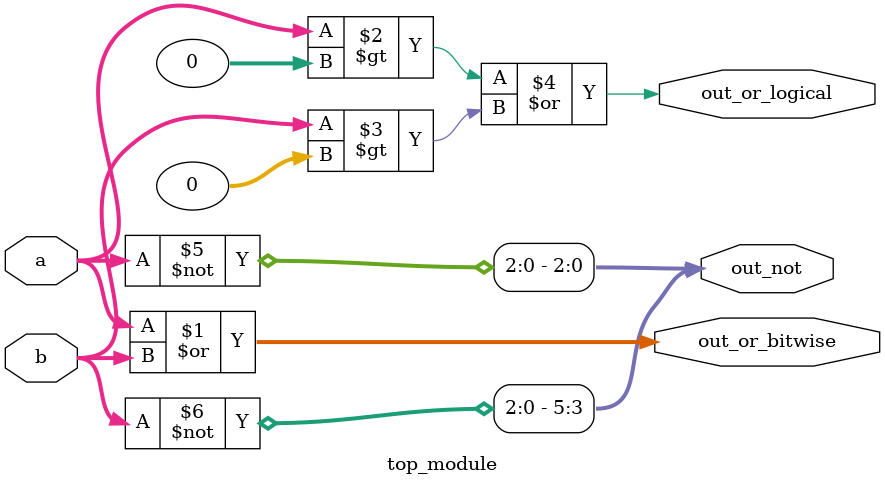
<source format=v>
module top_module( 
    input [2:0] a,
    input [2:0] b,
    output [2:0] out_or_bitwise,
    output out_or_logical,
    output [5:0] out_not
);
    
    assign out_or_bitwise = a | b;
    assign out_or_logical = (a > 0) | (b > 0);
    assign out_not = {~b, ~a};

endmodule

</source>
